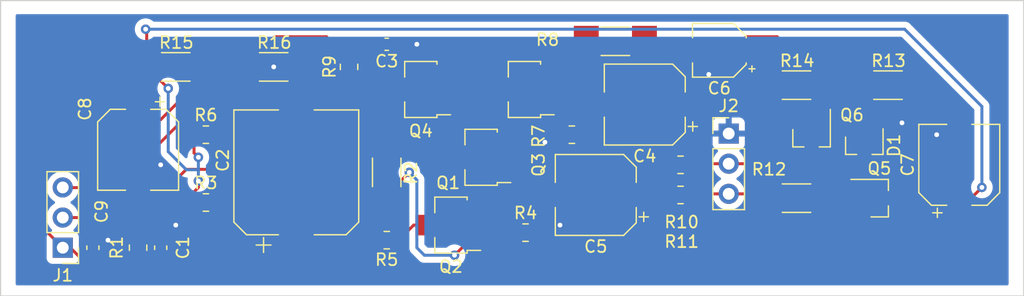
<source format=kicad_pcb>
(kicad_pcb (version 20211014) (generator pcbnew)
  (layers (0 "F.Cu" signal) (31 "B.Cu" signal) (34 "B.Paste" user) (35 "F.Paste" user) (36 "B.SilkS" user "B.Silkscreen") (37 "F.SilkS" user "F.Silkscreen") (38 "B.Mask" user) (39 "F.Mask" user) (44 "Edge.Cuts" user))
  (net 0 "")
  (net 1 "XLR OUT GND")
  (net 2 "Net-(C2-Pad1)")
  (net 3 "Net-(C2-Pad2)")
  (net 4 "Net-(C4-Pad1)")
  (net 5 "Net-(C4-Pad2)")
  (net 6 "Net-(C5-Pad1)")
  (net 7 "Net-(C5-Pad2)")
  (net 8 "+15V")
  (net 9 "XLR IN HOT")
  (net 10 "XLR IN COLD")
  (net 11 "XLR OUT HOT")
  (net 12 "XLR OUT COLD")
  (net 13 "Net-(Q1-Pad1)")
  (net 14 "Net-(Q1-Pad2)")
  (net 15 "Net-(Q3-Pad3)")
  (net 16 "XLR IN GND")
  (net 17 "Net-(Q5-Pad1)")
  (footprint "Resistor_SMD:R_0805_2012Metric_Pad1.20x1.40mm_HandSolder" (layer "F.Cu") (at 63.66 83.82 -90)
    (fp_text reference "R1" (at 0 1.811 90) (layer "F.SilkS"))
    (fp_text value "3.3k")
    (fp_line (start -0.227064 -0.735) (end 0.227064 -0.735) (layer "F.SilkS") (width 0.12))
    (fp_line (start -0.227064 0.735) (end 0.227064 0.735) (layer "F.SilkS") (width 0.12))
    (pad "1" smd roundrect (at -1 0 270) (size 1.2 1.4) (layers "F.Cu" "F.Paste" "F.Mask") (roundrect_rratio 0.2083333333) (net 9 "XLR IN HOT"))
    (pad "2" smd roundrect (at 1 0 270) (size 1.2 1.4) (layers "F.Cu" "F.Paste" "F.Mask") (roundrect_rratio 0.2083333333) (net 16 "XLR IN GND"))
  )
  (footprint "Connector_PinHeader_2.54mm:PinHeader_1x03_P2.54mm_Vertical" (layer "F.Cu") (at 57.31 83.82 180)
    (fp_text reference "J1" (at 0 -2.33) (layer "F.SilkS"))
    (fp_text value "XLR IN GHC")
    (fp_line (start -1.33 1.27) (end -1.33 6.41) (layer "F.SilkS") (width 0.12))
    (fp_line (start 1.33 1.27) (end 1.33 6.41) (layer "F.SilkS") (width 0.12))
    (fp_line (start -1.33 6.41) (end 1.33 6.41) (layer "F.SilkS") (width 0.12))
    (fp_line (start -1.33 0) (end -1.33 -1.33) (layer "F.SilkS") (width 0.12))
    (fp_line (start -1.33 1.27) (end 1.33 1.27) (layer "F.SilkS") (width 0.12))
    (fp_line (start -1.33 -1.33) (end 0 -1.33) (layer "F.SilkS") (width 0.12))
    (pad "1" thru_hole rect (at 0 0 180) (size 1.7 1.7) (drill 1) (layers *.Cu *.Mask) (net 16 "XLR IN GND"))
    (pad "2" thru_hole oval (at 0 2.54 180) (size 1.7 1.7) (drill 1) (layers *.Cu *.Mask) (net 9 "XLR IN HOT"))
    (pad "3" thru_hole oval (at 0 5.08 180) (size 1.7 1.7) (drill 1) (layers *.Cu *.Mask) (net 10 "XLR IN COLD"))
  )
  (footprint "Resistor_SMD:R_0805_2012Metric_Pad1.20x1.40mm_HandSolder" (layer "F.Cu") (at 109.38 76.835)
    (fp_text reference "R10" (at 0.094 4.826) (layer "F.SilkS"))
    (fp_text value "100")
    (fp_line (start -0.227064 -0.735) (end 0.227064 -0.735) (layer "F.SilkS") (width 0.12))
    (fp_line (start -0.227064 0.735) (end 0.227064 0.735) (layer "F.SilkS") (width 0.12))
    (pad "1" smd roundrect (at -1 0) (size 1.2 1.4) (layers "F.Cu" "F.Paste" "F.Mask") (roundrect_rratio 0.2083333333) (net 4 "Net-(C4-Pad1)"))
    (pad "2" smd roundrect (at 1 0) (size 1.2 1.4) (layers "F.Cu" "F.Paste" "F.Mask") (roundrect_rratio 0.2083333333) (net 11 "XLR OUT HOT"))
  )
  (footprint "Connector_PinHeader_2.54mm:PinHeader_1x03_P2.54mm_Vertical" (layer "F.Cu") (at 113.44 74.2)
    (fp_text reference "J2" (at 0 -2.33) (layer "F.SilkS"))
    (fp_text value "XLR OUT GHC")
    (fp_line (start -1.33 6.41) (end 1.33 6.41) (layer "F.SilkS") (width 0.12))
    (fp_line (start -1.33 1.27) (end -1.33 6.41) (layer "F.SilkS") (width 0.12))
    (fp_line (start -1.33 1.27) (end 1.33 1.27) (layer "F.SilkS") (width 0.12))
    (fp_line (start -1.33 -1.33) (end 0 -1.33) (layer "F.SilkS") (width 0.12))
    (fp_line (start -1.33 0) (end -1.33 -1.33) (layer "F.SilkS") (width 0.12))
    (fp_line (start 1.33 1.27) (end 1.33 6.41) (layer "F.SilkS") (width 0.12))
    (pad "1" thru_hole rect (at 0 0) (size 1.7 1.7) (drill 1) (layers *.Cu *.Mask) (net 1 "XLR OUT GND"))
    (pad "2" thru_hole oval (at 0 2.54) (size 1.7 1.7) (drill 1) (layers *.Cu *.Mask) (net 11 "XLR OUT HOT"))
    (pad "3" thru_hole oval (at 0 5.08) (size 1.7 1.7) (drill 1) (layers *.Cu *.Mask) (net 12 "XLR OUT COLD"))
  )
  (footprint "Capacitor_SMD:CP_Elec_6.3x5.8" (layer "F.Cu") (at 102.235 79.375 180)
    (fp_text reference "C5" (at 0 -4.35) (layer "F.SilkS"))
    (fp_text value "47u")
    (fp_line (start 3.41 -3.41) (end 3.41 -1.06) (layer "F.SilkS") (width 0.12))
    (fp_line (start -4.4375 -1.8475) (end -3.65 -1.8475) (layer "F.SilkS") (width 0.12))
    (fp_line (start -3.41 2.345563) (end -2.345563 3.41) (layer "F.SilkS") (width 0.12))
    (fp_line (start -2.345563 3.41) (end 3.41 3.41) (layer "F.SilkS") (width 0.12))
    (fp_line (start -3.41 2.345563) (end -3.41 1.06) (layer "F.SilkS") (width 0.12))
    (fp_line (start -3.41 -2.345563) (end -3.41 -1.06) (layer "F.SilkS") (width 0.12))
    (fp_line (start -2.345563 -3.41) (end 3.41 -3.41) (layer "F.SilkS") (width 0.12))
    (fp_line (start -3.41 -2.345563) (end -2.345563 -3.41) (layer "F.SilkS") (width 0.12))
    (fp_line (start -4.04375 -2.24125) (end -4.04375 -1.45375) (layer "F.SilkS") (width 0.12))
    (fp_line (start 3.41 3.41) (end 3.41 1.06) (layer "F.SilkS") (width 0.12))
    (pad "1" smd roundrect (at -2.7 0 180) (size 3.5 1.6) (layers "F.Cu" "F.Paste" "F.Mask") (roundrect_rratio 0.15625) (net 6 "Net-(C5-Pad1)"))
    (pad "2" smd roundrect (at 2.7 0 180) (size 3.5 1.6) (layers "F.Cu" "F.Paste" "F.Mask") (roundrect_rratio 0.15625) (net 7 "Net-(C5-Pad2)"))
  )
  (footprint "Resistor_SMD:R_0805_2012Metric_Pad1.20x1.40mm_HandSolder" (layer "F.Cu") (at 96.315 82.55)
    (fp_text reference "R4" (at 0 -1.65) (layer "F.SilkS"))
    (fp_text value "2.2k")
    (fp_line (start -0.227064 0.735) (end 0.227064 0.735) (layer "F.SilkS") (width 0.12))
    (fp_line (start -0.227064 -0.735) (end 0.227064 -0.735) (layer "F.SilkS") (width 0.12))
    (pad "1" smd roundrect (at -1 0) (size 1.2 1.4) (layers "F.Cu" "F.Paste" "F.Mask") (roundrect_rratio 0.2083333333) (net 7 "Net-(C5-Pad2)"))
    (pad "2" smd roundrect (at 1 0) (size 1.2 1.4) (layers "F.Cu" "F.Paste" "F.Mask") (roundrect_rratio 0.2083333333) (net 1 "XLR OUT GND"))
  )
  (footprint "Resistor_SMD:R_0805_2012Metric_Pad1.20x1.40mm_HandSolder" (layer "F.Cu") (at 81.44 68.58 90)
    (fp_text reference "R9" (at 0 -1.65 90) (layer "F.SilkS"))
    (fp_text value "3.3k")
    (fp_line (start -0.227064 -0.735) (end 0.227064 -0.735) (layer "F.SilkS") (width 0.12))
    (fp_line (start -0.227064 0.735) (end 0.227064 0.735) (layer "F.SilkS") (width 0.12))
    (pad "1" smd roundrect (at -1 0 90) (size 1.2 1.4) (layers "F.Cu" "F.Paste" "F.Mask") (roundrect_rratio 0.2083333333) (net 10 "XLR IN COLD"))
    (pad "2" smd roundrect (at 1 0 90) (size 1.2 1.4) (layers "F.Cu" "F.Paste" "F.Mask") (roundrect_rratio 0.2083333333) (net 16 "XLR IN GND"))
  )
  (footprint "Resistor_SMD:R_MELF_MMB-0207" (layer "F.Cu") (at 84.615 77.47 -90)
    (fp_text reference "R2" (at 0.05 -2.05 90) (layer "F.SilkS"))
    (fp_text value "680")
    (fp_line (start 1.2 1.2) (end -1.2 1.2) (layer "F.SilkS") (width 0.12))
    (fp_line (start 1.2 -1.2) (end -1.2 -1.2) (layer "F.SilkS") (width 0.12))
    (pad "1" smd rect (at -2.45 0 270) (size 2.1 2.6) (layers "F.Cu" "F.Paste" "F.Mask") (net 14 "Net-(Q1-Pad2)"))
    (pad "2" smd rect (at 2.45 0 270) (size 2.1 2.6) (layers "F.Cu" "F.Paste" "F.Mask") (net 7 "Net-(C5-Pad2)"))
  )
  (footprint "Resistor_SMD:R_MELF_MMB-0207" (layer "F.Cu") (at 119.155 79.645)
    (fp_text reference "R12" (at -2.315 -2.429) (layer "F.SilkS"))
    (fp_text value "100k")
    (fp_line (start 1.2 -1.2) (end -1.2 -1.2) (layer "F.SilkS") (width 0.12))
    (fp_line (start 1.2 1.2) (end -1.2 1.2) (layer "F.SilkS") (width 0.12))
    (pad "1" smd rect (at -2.45 0) (size 2.1 2.6) (layers "F.Cu" "F.Paste" "F.Mask") (net 12 "XLR OUT COLD"))
    (pad "2" smd rect (at 2.45 0) (size 2.1 2.6) (layers "F.Cu" "F.Paste" "F.Mask") (net 17 "Net-(Q5-Pad1)"))
  )
  (footprint "Package_TO_SOT_SMD:SOT-89-3_Handsoldering" (layer "F.Cu") (at 92.87 76.2 180)
    (fp_text reference "Q1" (at 3.081 -2.159) (layer "F.SilkS"))
    (fp_text value "PBSS5540X")
    (fp_line (start -1.06 2.36) (end -1.06 2.13) (layer "F.SilkS") (width 0.12))
    (fp_line (start 1.66 2.36) (end -1.06 2.36) (layer "F.SilkS") (width 0.12))
    (fp_line (start -2.2 -2.13) (end -1.06 -2.13) (layer "F.SilkS") (width 0.12))
    (fp_line (start 1.66 -2.36) (end 1.66 -1.05) (layer "F.SilkS") (width 0.12))
    (fp_line (start 1.66 1.05) (end 1.66 2.36) (layer "F.SilkS") (width 0.12))
    (fp_line (start -1.06 -2.36) (end -1.06 -2.13) (layer "F.SilkS") (width 0.12))
    (fp_line (start -1.06 -2.36) (end 1.66 -2.36) (layer "F.SilkS") (width 0.12))
    (pad "1" smd rect (at -2.15 -1.5 180) (size 2.3 0.9) (layers "F.Cu" "F.Paste" "F.Mask") (net 13 "Net-(Q1-Pad1)"))
    (pad "2" smd custom (at -2.0625 0 180) (size 2.475 0.9) (layers "F.Cu" "F.Paste" "F.Mask") (net 14 "Net-(Q1-Pad2)") (options (clearance outline) (anchor rect)) (primitives (gr_poly (pts (xy 5.3625 0.8665) (xy 1.2375 0.8665) (xy 1.2375 -0.8665) (xy 5.3625 -0.8665)) (width 0) (fill yes))))
    (pad "3" smd rect (at -2.15 1.5 180) (size 2.3 0.9) (layers "F.Cu" "F.Paste" "F.Mask") (net 9 "XLR IN HOT"))
  )
  (footprint "Resistor_SMD:R_MELF_MMB-0207" (layer "F.Cu") (at 126.865 70.12)
    (fp_text reference "R13" (at 0.05 -2.05) (layer "F.SilkS"))
    (fp_text value "470k")
    (fp_line (start 1.2 1.2) (end -1.2 1.2) (layer "F.SilkS") (width 0.12))
    (fp_line (start 1.2 -1.2) (end -1.2 -1.2) (layer "F.SilkS") (width 0.12))
    (pad "1" smd rect (at -2.45 0) (size 2.1 2.6) (layers "F.Cu" "F.Paste" "F.Mask") (net 17 "Net-(Q5-Pad1)"))
    (pad "2" smd rect (at 2.45 0) (size 2.1 2.6) (layers "F.Cu" "F.Paste" "F.Mask") (net 1 "XLR OUT GND"))
  )
  (footprint "Capacitor_SMD:CP_Elec_10x10" (layer "F.Cu") (at 76.995 77.47 90)
    (fp_text reference "C2" (at 1.016 -6.2 90) (layer "F.SilkS"))
    (fp_text value "470u")
    (fp_line (start -5.26 4.195563) (end -5.26 1.51) (layer "F.SilkS") (width 0.12))
    (fp_line (start -5.26 -4.195563) (end -4.195563 -5.26) (layer "F.SilkS") (width 0.12))
    (fp_line (start -6.75 -2.76) (end -5.5 -2.76) (layer "F.SilkS") (width 0.12))
    (fp_line (start 5.26 5.26) (end 5.26 1.51) (layer "F.SilkS") (width 0.12))
    (fp_line (start -5.26 -4.195563) (end -5.26 -1.51) (layer "F.SilkS") (width 0.12))
    (fp_line (start -4.195563 5.26) (end 5.26 5.26) (layer "F.SilkS") (width 0.12))
    (fp_line (start -5.26 4.195563) (end -4.195563 5.26) (layer "F.SilkS") (width 0.12))
    (fp_line (start 5.26 -5.26) (end 5.26 -1.51) (layer "F.SilkS") (width 0.12))
    (fp_line (start -4.195563 -5.26) (end 5.26 -5.26) (layer "F.SilkS") (width 0.12))
    (fp_line (start -6.125 -3.385) (end -6.125 -2.135) (layer "F.SilkS") (width 0.12))
    (pad "1" smd roundrect (at -4 0 90) (size 4 2.5) (layers "F.Cu" "F.Paste" "F.Mask") (roundrect_rratio 0.1) (net 2 "Net-(C2-Pad1)"))
    (pad "2" smd roundrect (at 4 0 90) (size 4 2.5) (layers "F.Cu" "F.Paste" "F.Mask") (roundrect_rratio 0.1) (net 3 "Net-(C2-Pad2)"))
  )
  (footprint "Resistor_SMD:R_0805_2012Metric_Pad1.20x1.40mm_HandSolder" (layer "F.Cu") (at 100.22 74.295 180)
    (fp_text reference "R7" (at 2.811 -0.127 90) (layer "F.SilkS"))
    (fp_text value "2.2k")
    (fp_line (start -0.227064 -0.735) (end 0.227064 -0.735) (layer "F.SilkS") (width 0.12))
    (fp_line (start -0.227064 0.735) (end 0.227064 0.735) (layer "F.SilkS") (width 0.12))
    (pad "1" smd roundrect (at -1 0 180) (size 1.2 1.4) (layers "F.Cu" "F.Paste" "F.Mask") (roundrect_rratio 0.2083333333) (net 5 "Net-(C4-Pad2)"))
    (pad "2" smd roundrect (at 1 0 180) (size 1.2 1.4) (layers "F.Cu" "F.Paste" "F.Mask") (roundrect_rratio 0.2083333333) (net 1 "XLR OUT GND"))
  )
  (footprint "Resistor_SMD:R_MELF_MMB-0207" (layer "F.Cu") (at 75.09 68.58)
    (fp_text reference "R16" (at 0.05 -2.05) (layer "F.SilkS"))
    (fp_text value "10k")
    (fp_line (start 1.2 1.2) (end -1.2 1.2) (layer "F.SilkS") (width 0.12))
    (fp_line (start 1.2 -1.2) (end -1.2 -1.2) (layer "F.SilkS") (width 0.12))
    (pad "1" smd rect (at -2.45 0) (size 2.1 2.6) (layers "F.Cu" "F.Paste" "F.Mask") (net 16 "XLR IN GND"))
    (pad "2" smd rect (at 2.45 0) (size 2.1 2.6) (layers "F.Cu" "F.Paste" "F.Mask") (net 1 "XLR OUT GND"))
  )
  (footprint "Package_TO_SOT_SMD:SOT-23_Handsoldering" (layer "F.Cu") (at 126.14 79.645)
    (fp_text reference "Q5" (at 0 -2.5) (layer "F.SilkS"))
    (fp_text value "MMBT3904")
    (fp_line (start 0.76 1.58) (end -0.7 1.58) (layer "F.SilkS") (width 0.12))
    (fp_line (start 0.76 -1.58) (end -2.4 -1.58) (layer "F.SilkS") (width 0.12))
    (fp_line (start 0.76 -1.58) (end 0.76 -0.65) (layer "F.SilkS") (width 0.12))
    (fp_line (start 0.76 1.58) (end 0.76 0.65) (layer "F.SilkS") (width 0.12))
    (pad "1" smd rect (at -1.5 -0.95) (size 1.9 0.8) (layers "F.Cu" "F.Paste" "F.Mask") (net 17 "Net-(Q5-Pad1)"))
    (pad "2" smd rect (at -1.5 0.95) (size 1.9 0.8) (layers "F.Cu" "F.Paste" "F.Mask") (net 12 "XLR OUT COLD"))
    (pad "3" smd rect (at 1.5 0) (size 1.9 0.8) (layers "F.Cu" "F.Paste" "F.Mask") (net 8 "+15V"))
  )
  (footprint "Package_TO_SOT_SMD:SOT-89-3_Handsoldering" (layer "F.Cu") (at 90.33 81.915 180)
    (fp_text reference "Q2" (at 0.3 -3.5) (layer "F.SilkS"))
    (fp_text value "PBSS4540X")
    (fp_line (start 1.66 -2.36) (end 1.66 -1.05) (layer "F.SilkS") (width 0.12))
    (fp_line (start 1.66 1.05) (end 1.66 2.36) (layer "F.SilkS") (width 0.12))
    (fp_line (start -2.2 -2.13) (end -1.06 -2.13) (layer "F.SilkS") (width 0.12))
    (fp_line (start -1.06 -2.36) (end 1.66 -2.36) (layer "F.SilkS") (width 0.12))
    (fp_line (start -1.06 2.36) (end -1.06 2.13) (layer "F.SilkS") (width 0.12))
    (fp_line (start 1.66 2.36) (end -1.06 2.36) (layer "F.SilkS") (width 0.12))
    (fp_line (start -1.06 -2.36) (end -1.06 -2.13) (layer "F.SilkS") (width 0.12))
    (pad "1" smd rect (at -2.15 -1.5 180) (size 2.3 0.9) (layers "F.Cu" "F.Paste" "F.Mask") (net 7 "Net-(C5-Pad2)"))
    (pad "2" smd custom (at -2.0625 0 180) (size 2.475 0.9) (layers "F.Cu" "F.Paste" "F.Mask") (net 13 "Net-(Q1-Pad1)") (options (clearance outline) (anchor rect)) (primitives (gr_poly (pts (xy 5.3625 0.8665) (xy 1.2375 0.8665) (xy 1.2375 -0.8665) (xy 5.3625 -0.8665)) (width 0) (fill yes))))
    (pad "3" smd rect (at -2.15 1.5 180) (size 2.3 0.9) (layers "F.Cu" "F.Paste" "F.Mask") (net 14 "Net-(Q1-Pad2)"))
  )
  (footprint "Resistor_SMD:R_0805_2012Metric_Pad1.20x1.40mm_HandSolder" (layer "F.Cu") (at 69.375 80.01)
    (fp_text reference "R3" (at 0 -1.65) (layer "F.SilkS"))
    (fp_text value "2.2k")
    (fp_line (start -0.227064 -0.735) (end 0.227064 -0.735) (layer "F.SilkS") (width 0.12))
    (fp_line (start -0.227064 0.735) (end 0.227064 0.735) (layer "F.SilkS") (width 0.12))
    (pad "1" smd roundrect (at -1 0) (size 1.2 1.4) (layers "F.Cu" "F.Paste" "F.Mask") (roundrect_rratio 0.2083333333) (net 8 "+15V"))
    (pad "2" smd roundrect (at 1 0) (size 1.2 1.4) (layers "F.Cu" "F.Paste" "F.Mask") (roundrect_rratio 0.2083333333) (net 13 "Net-(Q1-Pad1)"))
  )
  (footprint "Resistor_SMD:R_MELF_MMB-0207" (layer "F.Cu") (at 103.886 66.421)
    (fp_text reference "R8" (at -5.715 -0.127) (layer "F.SilkS"))
    (fp_text value "680")
    (fp_line (start 1.2 1.2) (end -1.2 1.2) (layer "F.SilkS") (width 0.12))
    (fp_line (start 1.2 -1.2) (end -1.2 -1.2) (layer "F.SilkS") (width 0.12))
    (pad "1" smd rect (at -2.45 0) (size 2.1 2.6) (layers "F.Cu" "F.Paste" "F.Mask") (net 15 "Net-(Q3-Pad3)"))
    (pad "2" smd rect (at 2.45 0) (size 2.1 2.6) (layers "F.Cu" "F.Paste" "F.Mask") (net 5 "Net-(C4-Pad2)"))
  )
  (footprint "Package_TO_SOT_SMD:SOT-89-3_Handsoldering" (layer "F.Cu") (at 87.79 70.485 180)
    (fp_text reference "Q4" (at 0.3 -3.5) (layer "F.SilkS"))
    (fp_text value "PBSS5540X")
    (fp_line (start 1.66 2.36) (end -1.06 2.36) (layer "F.SilkS") (width 0.12))
    (fp_line (start 1.66 -2.36) (end 1.66 -1.05) (layer "F.SilkS") (width 0.12))
    (fp_line (start -1.06 -2.36) (end 1.66 -2.36) (layer "F.SilkS") (width 0.12))
    (fp_line (start -2.2 -2.13) (end -1.06 -2.13) (layer "F.SilkS") (width 0.12))
    (fp_line (start 1.66 1.05) (end 1.66 2.36) (layer "F.SilkS") (width 0.12))
    (fp_line (start -1.06 2.36) (end -1.06 2.13) (layer "F.SilkS") (width 0.12))
    (fp_line (start -1.06 -2.36) (end -1.06 -2.13) (layer "F.SilkS") (width 0.12))
    (pad "1" smd rect (at -2.15 -1.5 180) (size 2.3 0.9) (layers "F.Cu" "F.Paste" "F.Mask") (net 3 "Net-(C2-Pad2)"))
    (pad "2" smd custom (at -2.0625 0 180) (size 2.475 0.9) (layers "F.Cu" "F.Paste" "F.Mask") (net 15 "Net-(Q3-Pad3)") (options (clearance outline) (anchor rect)) (primitives (gr_poly (pts (xy 5.3625 0.8665) (xy 1.2375 0.8665) (xy 1.2375 -0.8665) (xy 5.3625 -0.8665)) (width 0) (fill yes))))
    (pad "3" smd rect (at -2.15 1.5 180) (size 2.3 0.9) (layers "F.Cu" "F.Paste" "F.Mask") (net 10 "XLR IN COLD"))
  )
  (footprint "Resistor_SMD:R_0805_2012Metric_Pad1.20x1.40mm_HandSolder" (layer "F.Cu") (at 109.38 79.375)
    (fp_text reference "R11" (at 0.094 3.937) (layer "F.SilkS"))
    (fp_text value "100")
    (fp_line (start -0.227064 -0.735) (end 0.227064 -0.735) (layer "F.SilkS") (width 0.12))
    (fp_line (start -0.227064 0.735) (end 0.227064 0.735) (layer "F.SilkS") (width 0.12))
    (pad "1" smd roundrect (at -1 0) (size 1.2 1.4) (layers "F.Cu" "F.Paste" "F.Mask") (roundrect_rratio 0.2083333333) (net 6 "Net-(C5-Pad1)"))
    (pad "2" smd roundrect (at 1 0) (size 1.2 1.4) (layers "F.Cu" "F.Paste" "F.Mask") (roundrect_rratio 0.2083333333) (net 12 "XLR OUT COLD"))
  )
  (footprint "Capacitor_SMD:CP_Elec_4x5.7" (layer "F.Cu") (at 112.649 67.183 180)
    (fp_text reference "C6" (at 0 -3.2) (layer "F.SilkS"))
    (fp_text value "10u")
    (fp_line (start -2.26 -1.195563) (end -1.195563 -2.26) (layer "F.SilkS") (width 0.12))
    (fp_line (start 2.26 -2.26) (end 2.26 -1.06) (layer "F.SilkS") (width 0.12))
    (fp_line (start -1.195563 -2.26) (end 2.26 -2.26) (layer "F.SilkS") (width 0.12))
    (fp_line (start -1.195563 2.26) (end 2.26 2.26) (layer "F.SilkS") (width 0.12))
    (fp_line (start -2.26 1.195563) (end -2.26 1.06) (layer "F.SilkS") (width 0.12))
    (fp_line (start -3 -1.56) (end -2.5 -1.56) (layer "F.SilkS") (width 0.12))
    (fp_line (start -2.26 1.195563) (end -1.195563 2.26) (layer "F.SilkS") (width 0.12))
    (fp_line (start 2.26 2.26) (end 2.26 1.06) (layer "F.SilkS") (width 0.12))
    (fp_line (start -2.26 -1.195563) (end -2.26 -1.06) (layer "F.SilkS") (width 0.12))
    (fp_line (start -2.75 -1.81) (end -2.75 -1.31) (layer "F.SilkS") (width 0.12))
    (pad "1" smd roundrect (at -1.8 0 180) (size 2.6 1.6) (layers "F.Cu" "F.Paste" "F.Mask") (roundrect_rratio 0.15625) (net 17 "Net-(Q5-Pad1)"))
    (pad "2" smd roundrect (at 1.8 0 180) (size 2.6 1.6) (layers "F.Cu" "F.Paste" "F.Mask") (roundrect_rratio 0.15625) (net 1 "XLR OUT GND"))
  )
  (footprint "Capacitor_SMD:C_0603_1608Metric_Pad1.08x0.95mm_HandSolder" (layer "F.Cu") (at 59.85 83.82 90)
    (fp_text reference "C9" (at 3.048 0.729 90) (layer "F.SilkS"))
    (fp_text value "100n")
    (fp_line (start -0.146267 0.51) (end 0.146267 0.51) (layer "F.SilkS") (width 0.12))
    (fp_line (start -0.146267 -0.51) (end 0.146267 -0.51) (layer "F.SilkS") (width 0.12))
    (pad "1" smd roundrect (at -0.8625 0 90) (size 1.075 0.95) (layers "F.Cu" "F.Paste" "F.Mask") (net 16 "XLR IN GND"))
    (pad "2" smd roundrect (at 0.8625 0 90) (size 1.075 0.95) (layers "F.Cu" "F.Paste" "F.Mask") (net 1 "XLR OUT GND"))
  )
  (footprint "Capacitor_SMD:CP_Elec_6.3x5.8" (layer "F.Cu") (at 63.66 75.565 -90)
    (fp_text reference "C8" (at -3.429 4.478 90) (layer "F.SilkS"))
    (fp_text value "47u")
    (fp_line (start -4.04375 -2.24125) (end -4.04375 -1.45375) (layer "F.SilkS") (width 0.12))
    (fp_line (start -2.345563 3.41) (end 3.41 3.41) (layer "F.SilkS") (width 0.12))
    (fp_line (start -3.41 -2.345563) (end -3.41 -1.06) (layer "F.SilkS") (width 0.12))
    (fp_line (start -4.4375 -1.8475) (end -3.65 -1.8475) (layer "F.SilkS") (width 0.12))
    (fp_line (start 3.41 3.41) (end 3.41 1.06) (layer "F.SilkS") (width 0.12))
    (fp_line (start -3.41 2.345563) (end -2.345563 3.41) (layer "F.SilkS") (width 0.12))
    (fp_line (start -2.345563 -3.41) (end 3.41 -3.41) (layer "F.SilkS") (width 0.12))
    (fp_line (start 3.41 -3.41) (end 3.41 -1.06) (layer "F.SilkS") (width 0.12))
    (fp_line (start -3.41 2.345563) (end -3.41 1.06) (layer "F.SilkS") (width 0.12))
    (fp_line (start -3.41 -2.345563) (end -2.345563 -3.41) (layer "F.SilkS") (width 0.12))
    (pad "1" smd roundrect (at -2.7 0 270) (size 3.5 1.6) (layers "F.Cu" "F.Paste" "F.Mask") (roundrect_rratio 0.15625) (net 16 "XLR IN GND"))
    (pad "2" smd roundrect (at 2.7 0 270) (size 3.5 1.6) (layers "F.Cu" "F.Paste" "F.Mask") (roundrect_rratio 0.15625) (net 1 "XLR OUT GND"))
  )
  (footprint "Package_TO_SOT_SMD:SOT-89-3_Handsoldering" (layer "F.Cu") (at 96.5225 70.485 180)
    (fp_text reference "Q3" (at -0.8865 -6.35 90) (layer "F.SilkS"))
    (fp_text value "PBSS4540X")
    (fp_line (start -2.2 -2.13) (end -1.06 -2.13) (layer "F.SilkS") (width 0.12))
    (fp_line (start -1.06 2.36) (end -1.06 2.13) (layer "F.SilkS") (width 0.12))
    (fp_line (start 1.66 1.05) (end 1.66 2.36) (layer "F.SilkS") (width 0.12))
    (fp_line (start 1.66 -2.36) (end 1.66 -1.05) (layer "F.SilkS") (width 0.12))
    (fp_line (start -1.06 -2.36) (end -1.06 -2.13) (layer "F.SilkS") (width 0.12))
    (fp_line (start 1.66 2.36) (end -1.06 2.36) (layer "F.SilkS") (width 0.12))
    (fp_line (start -1.06 -2.36) (end 1.66 -2.36) (layer "F.SilkS") (width 0.12))
    (pad "1" smd rect (at -2.15 -1.5 180) (size 2.3 0.9) (layers "F.Cu" "F.Paste" "F.Mask") (net 5 "Net-(C4-Pad2)"))
    (pad "2" smd custom (at -2.0625 0 180) (size 2.475 0.9) (layers "F.Cu" "F.Paste" "F.Mask") (net 3 "Net-(C2-Pad2)") (options (clearance outline) (anchor rect)) (primitives (gr_poly (pts (xy 5.3625 0.8665) (xy 1.2375 0.8665) (xy 1.2375 -0.8665) (xy 5.3625 -0.8665)) (width 0) (fill yes))))
    (pad "3" smd rect (at -2.15 1.5 180) (size 2.3 0.9) (layers "F.Cu" "F.Paste" "F.Mask") (net 15 "Net-(Q3-Pad3)"))
  )
  (footprint "Resistor_SMD:R_0805_2012Metric_Pad1.20x1.40mm_HandSolder" (layer "F.Cu") (at 84.615 83.185 180)
    (fp_text reference "R5" (at 0 -1.65) (layer "F.SilkS"))
    (fp_text value "47")
    (fp_line (start -0.227064 -0.735) (end 0.227064 -0.735) (layer "F.SilkS") (width 0.12))
    (fp_line (start -0.227064 0.735) (end 0.227064 0.735) (layer "F.SilkS") (width 0.12))
    (pad "1" smd roundrect (at -1 0 180) (size 1.2 1.4) (layers "F.Cu" "F.Paste" "F.Mask") (roundrect_rratio 0.2083333333) (net 13 "Net-(Q1-Pad1)"))
    (pad "2" smd roundrect (at 1 0 180) (size 1.2 1.4) (layers "F.Cu" "F.Paste" "F.Mask") (roundrect_rratio 0.2083333333) (net 2 "Net-(C2-Pad1)"))
  )
  (footprint "Resistor_SMD:R_0805_2012Metric_Pad1.20x1.40mm_HandSolder" (layer "F.Cu") (at 69.375 74.295)
    (fp_text reference "R6" (at 0 -1.65) (layer "F.SilkS"))
    (fp_text value "2.2k")
    (fp_line (start -0.227064 0.735) (end 0.227064 0.735) (layer "F.SilkS") (width 0.12))
    (fp_line (start -0.227064 -0.735) (end 0.227064 -0.735) (layer "F.SilkS") (width 0.12))
    (pad "1" smd roundrect (at -1 0) (size 1.2 1.4) (layers "F.Cu" "F.Paste" "F.Mask") (roundrect_rratio 0.2083333333) (net 8 "+15V"))
    (pad "2" smd roundrect (at 1 0) (size 1.2 1.4) (layers "F.Cu" "F.Paste" "F.Mask") (roundrect_rratio 0.2083333333) (net 3 "Net-(C2-Pad2)"))
  )
  (footprint "Capacitor_SMD:CP_Elec_6.3x5.8" (layer "F.Cu") (at 132.875 76.835 90)
    (fp_text reference "C7" (at 0 -4.35 90) (layer "F.SilkS"))
    (fp_text value "47u")
    (fp_line (start -3.41 2.345563) (end -2.345563 3.41) (layer "F.SilkS") (width 0.12))
    (fp_line (start -3.41 -2.345563) (end -2.345563 -3.41) (layer "F.SilkS") (width 0.12))
    (fp_line (start 3.41 -3.41) (end 3.41 -1.06) (layer "F.SilkS") (width 0.12))
    (fp_line (start -3.41 2.345563) (end -3.41 1.06) (layer "F.SilkS") (width 0.12))
    (fp_line (start -4.04375 -2.24125) (end -4.04375 -1.45375) (layer "F.SilkS") (width 0.12))
    (fp_line (start 3.41 3.41) (end 3.41 1.06) (layer "F.SilkS") (width 0.12))
    (fp_line (start -2.345563 3.41) (end 3.41 3.41) (layer "F.SilkS") (width 0.12))
    (fp_line (start -3.41 -2.345563) (end -3.41 -1.06) (layer "F.SilkS") (width 0.12))
    (fp_line (start -2.345563 -3.41) (end 3.41 -3.41) (layer "F.SilkS") (width 0.12))
    (fp_line (start -4.4375 -1.8475) (end -3.65 -1.8475) (layer "F.SilkS") (width 0.12))
    (pad "1" smd roundrect (at -2.7 0 90) (size 3.5 1.6) (layers "F.Cu" "F.Paste" "F.Mask") (roundrect_rratio 0.15625) (net 8 "+15V"))
    (pad "2" smd roundrect (at 2.7 0 90) (size 3.5 1.6) (layers "F.Cu" "F.Paste" "F.Mask") (roundrect_rratio 0.15625) (net 1 "XLR OUT GND"))
  )
  (footprint "Capacitor_SMD:C_0603_1608Metric_Pad1.08x0.95mm_HandSolder" (layer "F.Cu") (at 84.615 66.675 180)
    (fp_text reference "C3" (at 0 -1.43) (layer "F.SilkS"))
    (fp_text value "100n")
    (fp_line (start -0.146267 0.51) (end 0.146267 0.51) (layer "F.SilkS") (width 0.12))
    (fp_line (start -0.146267 -0.51) (end 0.146267 -0.51) (layer "F.SilkS") (width 0.12))
    (pad "1" smd roundrect (at -0.8625 0 180) (size 1.075 0.95) (layers "F.Cu" "F.Paste" "F.Mask") (net 1 "XLR OUT GND"))
    (pad "2" smd roundrect (at 0.8625 0 180) (size 1.075 0.95) (layers "F.Cu" "F.Paste" "F.Mask") (net 16 "XLR IN GND"))
  )
  (footprint "Package_TO_SOT_SMD:SOT-23_Handsoldering" (layer "F.Cu") (at 120.425 74.565 -90)
    (fp_text reference "Q6" (at -1.921 -3.4) (layer "F.SilkS"))
    (fp_text value "MMBT3904")
    (fp_line (start 0.76 1.58) (end -0.7 1.58) (layer "F.SilkS") (width 0.12))
    (fp_line (start 0.76 1.58) (end 0.76 0.65) (layer "F.SilkS") (width 0.12))
    (fp_line (start 0.76 -1.58) (end -2.4 -1.58) (layer "F.SilkS") (width 0.12))
    (fp_line (start 0.76 -1.58) (end 0.76 -0.65) (layer "F.SilkS") (width 0.12))
    (pad "1" smd rect (at -1.5 -0.95 270) (size 1.9 0.8) (layers "F.Cu" "F.Paste" "F.Mask") (net 17 "Net-(Q5-Pad1)"))
    (pad "2" smd rect (at -1.5 0.95 270) (size 1.9 0.8) (layers "F.Cu" "F.Paste" "F.Mask") (net 11 "XLR OUT HOT"))
    (pad "3" smd rect (at 1.5 0 270) (size 1.9 0.8) (layers "F.Cu" "F.Paste" "F.Mask") (net 8 "+15V"))
  )
  (footprint "Capacitor_SMD:C_0603_1608Metric_Pad1.08x0.95mm_HandSolder" (layer "F.Cu") (at 65.565 83.82 90)
    (fp_text reference "C1" (at 0 1.872 90) (layer "F.SilkS"))
    (fp_text value "100n")
    (fp_line (start -0.146267 -0.51) (end 0.146267 -0.51) (layer "F.SilkS") (width 0.12))
    (fp_line (start -0.146267 0.51) (end 0.146267 0.51) (layer "F.SilkS") (width 0.12))
    (pad "1" smd roundrect (at -0.8625 0 90) (size 1.075 0.95) (layers "F.Cu" "F.Paste" "F.Mask") (net 16 "XLR IN GND"))
    (pad "2" smd roundrect (at 0.8625 0 90) (size 1.075 0.95) (layers "F.Cu" "F.Paste" "F.Mask") (net 1 "XLR OUT GND"))
  )
  (footprint "Resistor_SMD:R_MELF_MMB-0207" (layer "F.Cu") (at 66.835 68.58)
    (fp_text reference "R15" (at 0.05 -2.05) (layer "F.SilkS"))
    (fp_text value "10k")
    (fp_line (start 1.2 -1.2) (end -1.2 -1.2) (layer "F.SilkS") (width 0.12))
    (fp_line (start 1.2 1.2) (end -1.2 1.2) (layer "F.SilkS") (width 0.12))
    (pad "1" smd rect (at -2.45 0) (size 2.1 2.6) (layers "F.Cu" "F.Paste" "F.Mask") (net 8 "+15V"))
    (pad "2" smd rect (at 2.45 0) (size 2.1 2.6) (layers "F.Cu" "F.Paste" "F.Mask") (net 16 "XLR IN GND"))
  )
  (footprint "Resistor_SMD:R_MELF_MMB-0207" (layer "F.Cu") (at 119.155 70.12)
    (fp_text reference "R14" (at 0.05 -2.05) (layer "F.SilkS"))
    (fp_text value "100k")
    (fp_line (start 1.2 1.2) (end -1.2 1.2) (layer "F.SilkS") (width 0.12))
    (fp_line (start 1.2 -1.2) (end -1.2 -1.2) (layer "F.SilkS") (width 0.12))
    (pad "1" smd rect (at -2.45 0) (size 2.1 2.6) (layers "F.Cu" "F.Paste" "F.Mask") (net 11 "XLR OUT HOT"))
    (pad "2" smd rect (at 2.45 0) (size 2.1 2.6) (layers "F.Cu" "F.Paste" "F.Mask") (net 17 "Net-(Q5-Pad1)"))
  )
  (footprint "Diode_SMD:D_SOT-23_ANK" (layer "F.Cu") (at 124.87 75.2 -90)
    (fp_text reference "D1" (at 0 -2.5 90) (layer "F.SilkS"))
    (fp_text value "BZX84C15")
    (fp_line (start 0.76 1.58) (end 0.76 0.65) (layer "F.SilkS") (width 0.12))
    (fp_line (start 0.76 -1.58) (end 0.76 -0.65) (layer "F.SilkS") (width 0.12))
    (fp_line (start 0.76 -1.58) (end -1.4 -1.58) (layer "F.SilkS") (width 0.12))
    (fp_line (start 0.76 1.58) (end -0.7 1.58) (layer "F.SilkS") (width 0.12))
    (pad "" smd rect (at -1 0.95 270) (size 0.9 0.8) (layers "F.Cu" "F.Paste" "F.Mask"))
    (pad "1" smd rect (at 1 0 270) (size 0.9 0.8) (layers "F.Cu" "F.Paste" "F.Mask") (net 8 "+15V"))
    (pad "2" smd rect (at -1 -0.95 270) (size 0.9 0.8) (layers "F.Cu" "F.Paste" "F.Mask") (net 1 "XLR OUT GND"))
  )
  (footprint "Capacitor_SMD:CP_Elec_6.3x5.8" (layer "F.Cu") (at 106.365 71.755 180)
    (fp_text reference "C4" (at 0 -4.35) (layer "F.SilkS"))
    (fp_text value "47u")
    (fp_line (start -3.41 2.345563) (end -3.41 1.06) (layer "F.SilkS") (width 0.12))
    (fp_line (start -4.4375 -1.8475) (end -3.65 -1.8475) (layer "F.SilkS") (width 0.12))
    (fp_line (start 3.41 3.41) (end 3.41 1.06) (layer "F.SilkS") (width 0.12))
    (fp_line (start -4.04375 -2.24125) (end -4.04375 -1.45375) (layer "F.SilkS") (width 0.12))
    (fp_line (start 3.41 -3.41) (end 3.41 -1.06) (layer "F.SilkS") (width 0.12))
    (fp_line (start -2.345563 -3.41) (end 3.41 -3.41) (layer "F.SilkS") (width 0.12))
    (fp_line (start -2.345563 3.41) (end 3.41 3.41) (layer "F.SilkS") (width 0.12))
    (fp_line (start -3.41 2.345563) (end -2.345563 3.41) (layer "F.SilkS") (width 0.12))
    (fp_line (start -3.41 -2.345563) (end -2.345563 -3.41) (layer "F.SilkS") (width 0.12))
    (fp_line (start -3.41 -2.345563) (end -3.41 -1.06) (layer "F.SilkS") (width 0.12))
    (pad "1" smd roundrect (at -2.7 0 180) (size 3.5 1.6) (layers "F.Cu" "F.Paste" "F.Mask") (roundrect_rratio 0.15625) (net 4 "Net-(C4-Pad1)"))
    (pad "2" smd roundrect (at 2.7 0 180) (size 3.5 1.6) (layers "F.Cu" "F.Paste" "F.Mask") (roundrect_rratio 0.15625) (net 5 "Net-(C4-Pad2)"))
  )
  (gr_rect (start 52.07 62.992) (end 138.303 87.884) (layer "Edge.Cuts") (width 0.1) (fill none))
  (gr_text "INFINUS ELECTRONICS" (at 122.555 84.963) (layer "F.Cu") (effects (font (size 1.5 1.5) (thickness 0.3))))
  (segment (start 97.315 82.55) (end 97.95 81.915) (width 0.75) (layer "F.Cu") (net 1))
  (segment (start 98.585 74.93) (end 97.95 74.93) (width 0.75) (layer "F.Cu") (net 1))
  (segment (start 65.7925 82.9575) (end 66.835 81.915) (width 0.75) (layer "F.Cu") (net 1))
  (segment (start 99.22 74.295) (end 98.585 74.93) (width 0.75) (layer "F.Cu") (net 1))
  (segment (start 110.849 67.183) (end 110.849 68.304) (width 0.75) (layer "F.Cu") (net 1))
  (segment (start 129.315 72.025) (end 128.045 73.295) (width 0.75) (layer "F.Cu") (net 1))
  (segment (start 129.315 70.12) (end 129.315 72.025) (width 0.75) (layer "F.Cu") (net 1))
  (segment (start 97.95 81.915) (end 99.22 81.915) (width 0.75) (layer "F.Cu") (net 1))
  (segment (start 110.849 68.304) (end 111.76 69.215) (width 0.75) (layer "F.Cu") (net 1))
  (segment (start 65.565 82.9575) (end 65.7925 82.9575) (width 0.75) (layer "F.Cu") (net 1))
  (segment (start 127.14 74.2) (end 125.82 74.2) (width 0.75) (layer "F.Cu") (net 1))
  (segment (start 131.13 74.135) (end 130.97 74.295) (width 0.75) (layer "F.Cu") (net 1))
  (segment (start 77.54 68.58) (end 75.09 68.58) (width 0.75) (layer "F.Cu") (net 1))
  (segment (start 132.875 74.135) (end 131.13 74.135) (width 0.75) (layer "F.Cu") (net 1))
  (segment (start 128.045 73.295) (end 127.14 74.2) (width 0.75) (layer "F.Cu") (net 1))
  (segment (start 63.66 78.265) (end 64.135 78.265) (width 0.75) (layer "F.Cu") (net 1))
  (segment (start 85.4775 66.675) (end 87.155 66.675) (width 0.75) (layer "F.Cu") (net 1))
  (segment (start 59.85 82.9575) (end 60.8925 82.9575) (width 0.75) (layer "F.Cu") (net 1))
  (segment (start 64.135 78.265) (end 65.565 76.835) (width 0.75) (layer "F.Cu") (net 1))
  (segment (start 60.8925 82.9575) (end 61.12 83.185) (width 0.75) (layer "F.Cu") (net 1))
  (via (at 128.045 73.295) (size 0.8) (drill 0.4) (layers "F.Cu" "B.Cu") (net 1))
  (via (at 111.76 69.215) (size 0.8) (drill 0.4) (layers "F.Cu" "B.Cu") (net 1))
  (via (at 130.97 74.295) (size 0.8) (drill 0.4) (layers "F.Cu" "B.Cu") (net 1))
  (via (at 87.155 66.675) (size 0.8) (drill 0.4) (layers "F.Cu" "B.Cu") (net 1))
  (via (at 99.22 81.915) (size 0.8) (drill 0.4) (layers "F.Cu" "B.Cu") (net 1))
  (via (at 65.565 76.835) (size 0.8) (drill 0.4) (layers "F.Cu" "B.Cu") (net 1))
  (via (at 75.09 68.58) (size 0.8) (drill 0.4) (layers "F.Cu" "B.Cu") (net 1))
  (via (at 61.12 83.185) (size 0.8) (drill 0.4) (layers "F.Cu" "B.Cu") (net 1))
  (via (at 66.835 81.915) (size 0.8) (drill 0.4) (layers "F.Cu" "B.Cu") (net 1))
  (via (at 97.95 74.93) (size 0.8) (drill 0.4) (layers "F.Cu" "B.Cu") (net 1))
  (segment (start 81.9 81.47) (end 76.995 81.47) (width 0.25) (layer "F.Cu") (net 2))
  (segment (start 83.615 83.185) (end 81.9 81.47) (width 0.25) (layer "F.Cu") (net 2))
  (segment (start 70.375 74.295) (end 76.17 74.295) (width 0.25) (layer "F.Cu") (net 3))
  (segment (start 89.94 71.985) (end 88.195 71.985) (width 0.25) (layer "F.Cu") (net 3))
  (segment (start 88.195 71.985) (end 87.79 72.39) (width 0.25) (layer "F.Cu") (net 3))
  (segment (start 87.79 72.39) (end 78.075 72.39) (width 0.25) (layer "F.Cu") (net 3))
  (segment (start 89.94 71.985) (end 92.005 71.985) (width 0.25) (layer "F.Cu") (net 3))
  (segment (start 92.005 71.985) (end 93.505 70.485) (width 0.25) (layer "F.Cu") (net 3))
  (segment (start 109.065 75.88) (end 108.38 76.565) (width 0.25) (layer "F.Cu") (net 4))
  (segment (start 109.065 71.755) (end 109.065 75.88) (width 0.25) (layer "F.Cu") (net 4))
  (segment (start 106.336 69.084) (end 106.336 66.421) (width 0.25) (layer "F.Cu") (net 5))
  (segment (start 103.665 71.755) (end 106.336 69.084) (width 0.25) (layer "F.Cu") (net 5))
  (segment (start 99.45 71.985) (end 101.22 73.755) (width 0.25) (layer "F.Cu") (net 5))
  (segment (start 103.665 71.755) (end 101.22 74.2) (width 0.25) (layer "F.Cu") (net 5))
  (segment (start 104.935 79.375) (end 108.38 79.375) (width 0.25) (layer "F.Cu") (net 6))
  (segment (start 95.315 81.375) (end 95.315 82.55) (width 0.25) (layer "F.Cu") (net 7))
  (segment (start 92.48 83.415) (end 91.37 83.415) (width 0.25) (layer "F.Cu") (net 7))
  (segment (start 94.45 83.415) (end 95.315 82.55) (width 0.25) (layer "F.Cu") (net 7))
  (segment (start 92.48 83.415) (end 94.45 83.415) (width 0.25) (layer "F.Cu") (net 7))
  (segment (start 97.315 79.375) (end 95.315 81.375) (width 0.25) (layer "F.Cu") (net 7))
  (segment (start 84.615 79.375) (end 86.52 77.47) (width 0.25) (layer "F.Cu") (net 7))
  (segment (start 99.535 79.375) (end 97.315 79.375) (width 0.25) (layer "F.Cu") (net 7))
  (segment (start 91.37 83.415) (end 90.33 84.455) (width 0.25) (layer "F.Cu") (net 7))
  (via (at 86.52 77.47) (size 0.8) (drill 0.4) (layers "F.Cu" "B.Cu") (net 7))
  (via (at 90.33 84.455) (size 0.8) (drill 0.4) (layers "F.Cu" "B.Cu") (net 7))
  (segment (start 87.155 78.105) (end 87.155 83.82) (width 0.25) (layer "B.Cu") (net 7))
  (segment (start 86.52 77.47) (end 87.155 78.105) (width 0.25) (layer "B.Cu") (net 7))
  (segment (start 87.155 83.82) (end 87.79 84.455) (width 0.25) (layer "B.Cu") (net 7))
  (segment (start 87.79 84.455) (end 90.33 84.455) (width 0.25) (layer "B.Cu") (net 7))
  (segment (start 68.375 80.01) (end 68.375 79.105) (width 0.25) (layer "F.Cu") (net 8))
  (segment (start 68.74 78.74) (end 68.74 78.1945) (width 0.25) (layer "F.Cu") (net 8))
  (segment (start 68.375 74.295) (end 68.375 75.835) (width 0.25) (layer "F.Cu") (net 8))
  (segment (start 68.375 79.105) (end 68.74 78.74) (width 0.25) (layer "F.Cu") (net 8))
  (segment (start 125.87 76.2) (end 124.87 76.2) (width 0.25) (layer "F.Cu") (net 8))
  (segment (start 132.875 79.535) (end 133.985 79.535) (width 0.25) (layer "F.Cu") (net 8))
  (segment (start 127.64 79.645) (end 132.765 79.645) (width 0.25) (layer "F.Cu") (net 8))
  (segment (start 64.385 68.58) (end 64.385 65.495) (width 0.25) (layer "F.Cu") (net 8))
  (segment (start 64.385 65.495) (end 64.295 65.405) (width 0.25) (layer "F.Cu") (net 8))
  (segment (start 124.87 76.2) (end 120.56 76.2) (width 0.25) (layer "F.Cu") (net 8))
  (segment (start 63.75 67.945) (end 66.2 70.395) (width 0.25) (layer "F.Cu") (net 8))
  (segment (start 133.985 79.535) (end 134.78 78.74) (width 0.25) (layer "F.Cu") (net 8))
  (segment (start 127.64 79.645) (end 127.64 77.97) (width 0.25) (layer "F.Cu") (net 8))
  (segment (start 68.375 75.835) (end 68.74 76.2) (width 0.25) (layer "F.Cu") (net 8))
  (segment (start 127.64 77.97) (end 125.87 76.2) (width 0.25) (layer "F.Cu") (net 8))
  (via (at 66.2 70.395) (size 0.8) (drill 0.4) (layers "F.Cu" "B.Cu") (net 8))
  (via (at 68.74 76.2) (size 0.8) (drill 0.4) (layers "F.Cu" "B.Cu") (net 8))
  (via (at 68.74 78.1945) (size 0.8) (drill 0.4) (layers "F.Cu" "B.Cu") (net 8))
  (via (at 64.295 65.405) (size 0.8) (drill 0.4) (layers "F.Cu" "B.Cu") (net 8))
  (via (at 134.78 78.74) (size 0.8) (drill 0.4) (layers "F.Cu" "B.Cu") (net 8))
  (segment (start 67.724 77.249) (end 68.74 77.249) (width 0.25) (layer "B.Cu") (net 8))
  (segment (start 128.27 65.405) (end 64.295 65.405) (width 0.25) (layer "B.Cu") (net 8))
  (segment (start 134.78 71.915) (end 128.27 65.405) (width 0.25) (layer "B.Cu") (net 8))
  (segment (start 66.2 75.725) (end 67.724 77.249) (width 0.25) (layer "B.Cu") (net 8))
  (segment (start 134.78 78.74) (end 134.78 71.915) (width 0.25) (layer "B.Cu") (net 8))
  (segment (start 68.74 77.249) (end 68.74 76.2) (width 0.25) (layer "B.Cu") (net 8))
  (segment (start 66.2 70.395) (end 66.2 75.725) (width 0.25) (layer "B.Cu") (net 8))
  (segment (start 68.74 78.1945) (end 68.74 77.249) (width 0.25) (layer "B.Cu") (net 8))
  (segment (start 63.66 82.82) (end 63.66 81.28) (width 0.25) (layer "F.Cu") (net 9))
  (segment (start 66.2 80.01) (end 64.93 81.28) (width 0.25) (layer "F.Cu") (net 9))
  (segment (start 81.44 76.200718) (end 80.424718 77.216) (width 0.25) (layer "F.Cu") (net 9))
  (segment (start 67.724 77.216) (end 66.2 78.74) (width 0.25) (layer "F.Cu") (net 9))
  (segment (start 82.71 73.025) (end 81.44 74.295) (width 0.25) (layer "F.Cu") (net 9))
  (segment (start 66.2 78.74) (end 66.2 80.01) (width 0.25) (layer "F.Cu") (net 9))
  (segment (start 95.02 74.7) (end 88.83 74.7) (width 0.25) (layer "F.Cu") (net 9))
  (segment (start 81.44 74.295) (end 81.44 76.200718) (width 0.25) (layer "F.Cu") (net 9))
  (segment (start 64.93 81.28) (end 60.485 81.28) (width 0.25) (layer "F.Cu") (net 9))
  (segment (start 87.155 73.025) (end 82.71 73.025) (width 0.25) (layer "F.Cu") (net 9))
  (segment (start 88.83 74.7) (end 87.155 73.025) (width 0.25) (layer "F.Cu") (net 9))
  (segment (start 60.485 81.28) (end 57.31 81.28) (width 0.25) (layer "F.Cu") (net 9))
  (segment (start 80.424718 77.216) (end 67.724 77.216) (width 0.25) (layer "F.Cu") (net 9))
  (segment (start 89.94 68.985) (end 82.035 68.985) (width 0.25) (layer "F.Cu") (net 10))
  (segment (start 59.2 78.755) (end 57.31 78.755) (width 0.25) (layer "F.Cu") (net 10))
  (segment (start 80.44 69.58) (end 79.535 70.485) (width 0.25) (layer "F.Cu") (net 10))
  (segment (start 64.93 75.565) (end 62.39 75.565) (width 0.25) (layer "F.Cu") (net 10))
  (segment (start 79.535 70.485) (end 74.455 70.485) (width 0.25) (layer "F.Cu") (net 10))
  (segment (start 82.035 68.985) (end 81.44 69.58) (width 0.25) (layer "F.Cu") (net 10))
  (segment (start 74.455 70.485) (end 72.55 72.39) (width 0.25) (layer "F.Cu") (net 10))
  (segment (start 81.44 69.58) (end 80.44 69.58) (width 0.25) (layer "F.Cu") (net 10))
  (segment (start 72.55 72.39) (end 68.105 72.39) (width 0.25) (layer "F.Cu") (net 10))
  (segment (start 62.39 75.565) (end 59.2 78.755) (width 0.25) (layer "F.Cu") (net 10))
  (segment (start 68.105 72.39) (end 64.93 75.565) (width 0.25) (layer "F.Cu") (net 10))
  (segment (start 113.44 76.74) (end 115.075 76.74) (width 0.25) (layer "F.Cu") (net 11))
  (segment (start 116.705 73.205) (end 116.705 70.12) (width 0.25) (layer "F.Cu") (net 11))
  (segment (start 110.475 76.74) (end 113.44 76.74) (width 0.25) (layer "F.Cu") (net 11))
  (segment (start 116.845 73.065) (end 119.475 73.065) (width 0.25) (layer "F.Cu") (net 11))
  (segment (start 115.075 76.74) (end 116.705 75.11) (width 0.25) (layer "F.Cu") (net 11))
  (segment (start 116.705 73.205) (end 116.845 73.065) (width 0.25) (layer "F.Cu") (net 11))
  (segment (start 116.705 75.11) (end 116.705 73.205) (width 0.25) (layer "F.Cu") (net 11))
  (segment (start 116.705 80.37) (end 118.52 82.185) (width 0.25) (layer "F.Cu") (net 12))
  (segment (start 123.6 82.185) (end 124.10998 81.67502) (width 0.25) (layer "F.Cu") (net 12))
  (segment (start 110.475 79.28) (end 113.44 79.28) (width 0.25) (layer "F.Cu") (net 12))
  (segment (start 118.52 82.185) (end 123.6 82.185) (width 0.25) (layer "F.Cu") (net 12))
  (segment (start 124.10998 81.67502) (end 124.10998 80.595) (width 0.25) (layer "F.Cu") (net 12))
  (segment (start 113.44 79.28) (end 116.34 79.28) (width 0.25) (layer "F.Cu") (net 12))
  (segment (start 86.885 81.915) (end 85.615 83.185) (width 0.25) (layer "F.Cu") (net 13))
  (segment (start 73.82 85.09) (end 83.98 85.09) (width 0.25) (layer "F.Cu") (net 13))
  (segment (start 71.28 80.915) (end 71.28 82.55) (width 0.25) (layer "F.Cu") (net 13))
  (segment (start 71.28 82.55) (end 73.82 85.09) (width 0.25) (layer "F.Cu") (net 13))
  (segment (start 95.02 80.4) (end 95.02 77.7) (width 0.25) (layer "F.Cu") (net 13))
  (segment (start 70.375 80.01) (end 71.28 80.915) (width 0.25) (layer "F.Cu") (net 13))
  (segment (start 92.3925 81.915) (end 86.885 81.915) (width 0.25) (layer "F.Cu") (net 13))
  (segment (start 83.98 85.09) (end 85.615 83.455) (width 0.25) (layer "F.Cu") (net 13))
  (segment (start 93.505 81.915) (end 95.02 80.4) (width 0.25) (layer "F.Cu") (net 13))
  (segment (start 87.79 76.2) (end 94.9325 76.2) (width 0.25) (layer "F.Cu") (net 14))
  (segment (start 84.615 75.02) (end 86.61 75.02) (width 0.25) (layer "F.Cu") (net 14))
  (segment (start 92.48 77.990978) (end 94.270978 76.2) (width 0.25) (layer "F.Cu") (net 14))
  (segment (start 92.48 80.415) (end 92.48 77.990978) (width 0.25) (layer "F.Cu") (net 14))
  (segment (start 86.61 75.02) (end 87.79 76.2) (width 0.25) (layer "F.Cu") (net 14))
  (segment (start 96.045 67.945) (end 93.505 67.945) (width 0.25) (layer "F.Cu") (net 15))
  (segment (start 98.355 68.985) (end 97.315 67.945) (width 0.25) (layer "F.Cu") (net 15))
  (segment (start 97.315 67.945) (end 96.045 67.945) (width 0.25) (layer "F.Cu") (net 15))
  (segment (start 91.6 70.485) (end 89.8525 70.485) (width 0.25) (layer "F.Cu") (net 15))
  (segment (start 92.235 69.85) (end 91.6 70.485) (width 0.25) (layer "F.Cu") (net 15))
  (segment (start 93.505 67.945) (end 92.235 69.215) (width 0.25) (layer "F.Cu") (net 15))
  (segment (start 98.872 68.985) (end 101.436 66.421) (width 0.25) (layer "F.Cu") (net 15))
  (segment (start 92.235 69.215) (end 92.235 69.85) (width 0.25) (layer "F.Cu") (net 15))
  (segment (start 79.535 66.04) (end 75.18 66.04) (width 0.25) (layer "F.Cu") (net 16))
  (segment (start 63.66 72.865) (end 60.325 76.2) (width 0.25) (layer "F.Cu") (net 16))
  (segment (start 69.285 68.58) (end 72.64 68.58) (width 0.25) (layer "F.Cu") (net 16))
  (segment (start 82.345 66.675) (end 81.44 67.58) (width 0.25) (layer "F.Cu") (net 16))
  (segment (start 65.565 73.025) (end 63.82 73.025) (width 0.25) (layer "F.Cu") (net 16))
  (segment (start 55.405 81.915) (end 57.31 83.82) (width 0.25) (layer "F.Cu") (net 16))
  (segment (start 56.675 76.2) (end 55.405 77.47) (width 0.25) (layer "F.Cu") (net 16))
  (segment (start 54.77 84.455) (end 54.77 77.47) (width 0.25) (layer "F.Cu") (net 16))
  (segment (start 83.7525 66.675) (end 82.345 66.675) (width 0.25) (layer "F.Cu") (net 16))
  (segment (start 59.85 75.565) (end 63.025 72.39) (width 0.25) (layer "F.Cu") (net 16))
  (segment (start 63.295 84.82) (end 62.39 85.725) (width 0.25) (layer "F.Cu") (net 16))
  (segment (start 75.18 66.04) (end 72.64 68.58) (width 0.25) (layer "F.Cu") (net 16))
  (segment (start 60.325 76.2) (end 56.675 76.2) (width 0.25) (layer "F.Cu") (net 16))
  (segment (start 81.075 67.58) (end 79.535 66.04) (width 0.25) (layer "F.Cu") (net 16))
  (segment (start 63.66 84.82) (end 65.4275 84.82) (width 0.25) (layer "F.Cu") (net 16))
  (segment (start 56.675 75.565) (end 59.85 75.565) (width 0.25) (layer "F.Cu") (net 16))
  (segment (start 55.405 77.47) (end 55.405 81.915) (width 0.25) (layer "F.Cu") (net 16))
  (segment (start 58.8075 84.6825) (end 59.85 84.6825) (width 0.25) (layer "F.Cu") (net 16))
  (segment (start 57.945 83.82) (end 58.8075 84.6825) (width 0.25) (layer "F.Cu") (net 16))
  (segment (start 69.285 69.305) (end 65.565 73.025) (width 0.25) (layer "F.Cu") (net 16))
  (segment (start 54.77 77.47) (end 56.675 75.565) (width 0.25) (layer "F.Cu") (net 16))
  (segment (start 62.39 85.725) (end 56.04 85.725) (width 0.25) (layer "F.Cu") (net 16))
  (segment (start 56.04 85.725) (end 54.77 84.455) (width 0.25) (layer "F.Cu") (net 16))
  (segment (start 121.605 70.12) (end 124.415 70.12) (width 0.25) (layer "F.Cu") (net 17))
  (segment (start 122.875 78.375) (end 124.10998 78.375) (width 0.25) (layer "F.Cu") (net 17))
  (segment (start 119.761 74.549) (end 118.999 75.311) (width 0.25) (layer "F.Cu") (net 17))
  (segment (start 124.10998 78.375) (end 124.10998 78.695) (width 0.25) (layer "F.Cu") (net 17))
  (segment (start 120.158 79.645) (end 121.605 79.645) (width 0.25) (layer "F.Cu") (net 17))
  (segment (start 114.449 66.526) (end 114.935 66.04) (width 0.25) (layer "F.Cu") (net 17))
  (segment (start 121.605 79.645) (end 122.875 78.375) (width 0.25) (layer "F.Cu") (net 17))
  (segment (start 121.375 73.316) (end 120.142 74.549) (width 0.25) (layer "F.Cu") (net 17))
  (segment (start 118.999 75.311) (end 118.999 78.486) (width 0.25) (layer "F.Cu") (net 17))
  (segment (start 117.525 66.04) (end 121.605 70.12) (width 0.25) (layer "F.Cu") (net 17))
  (segment (start 118.999 78.486) (end 120.158 79.645) (width 0.25) (layer "F.Cu") (net 17))
  (segment (start 121.605 70.12) (end 121.605 72.835) (width 0.25) (layer "F.Cu") (net 17))
  (segment (start 120.142 74.549) (end 119.761 74.549) (width 0.25) (layer "F.Cu") (net 17))
  (segment (start 114.935 66.04) (end 117.525 66.04) (width 0.25) (layer "F.Cu") (net 17))
  (zone (net 1) (net_name "XLR OUT GND") (layer "B.Cu") (connect_pads (clearance 0.508)) (min_thickness 0.254) (fill yes (thermal_gap 0.508) (thermal_bridge_width 0.508) (island_removal_mode 1) (island_area_min 0))
    (polygon (pts (xy 137.033 86.995) (xy 53.34 86.995) (xy 53.34 64.135) (xy 137.033 64.135)))
  )
)
</source>
